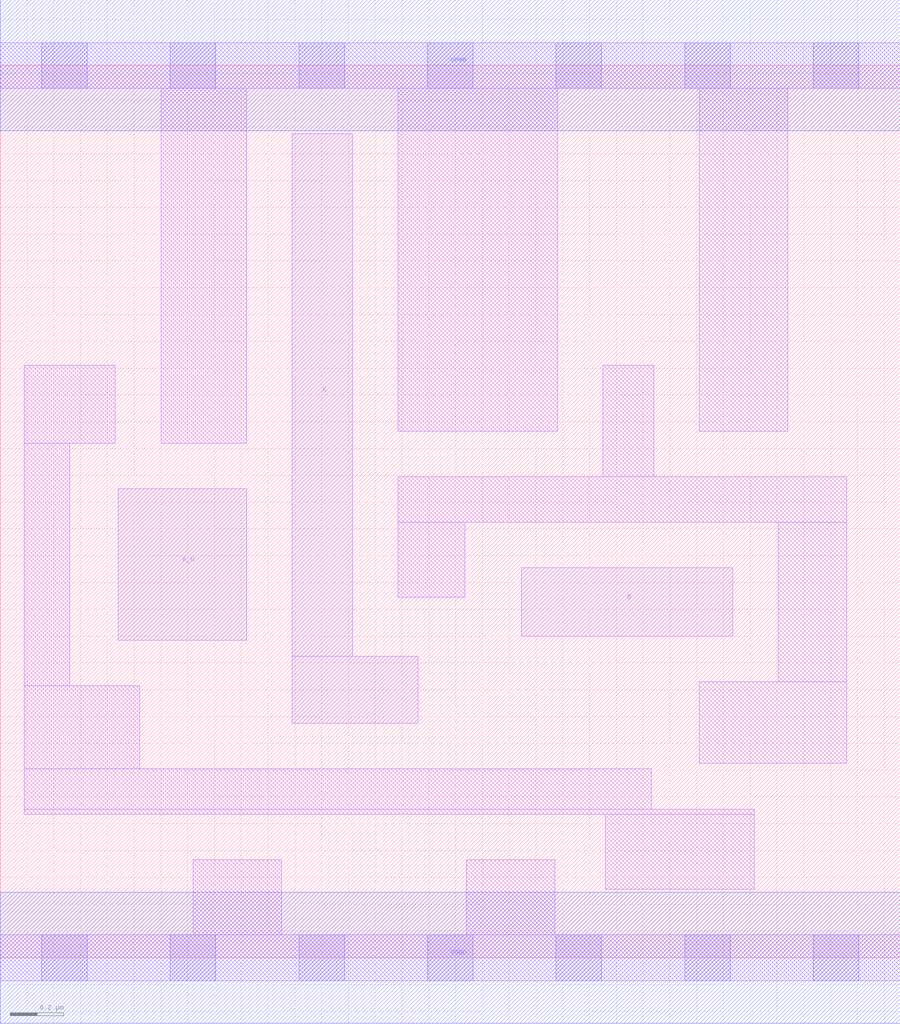
<source format=lef>
# Copyright 2020 The SkyWater PDK Authors
#
# Licensed under the Apache License, Version 2.0 (the "License");
# you may not use this file except in compliance with the License.
# You may obtain a copy of the License at
#
#     https://www.apache.org/licenses/LICENSE-2.0
#
# Unless required by applicable law or agreed to in writing, software
# distributed under the License is distributed on an "AS IS" BASIS,
# WITHOUT WARRANTIES OR CONDITIONS OF ANY KIND, either express or implied.
# See the License for the specific language governing permissions and
# limitations under the License.
#
# SPDX-License-Identifier: Apache-2.0

VERSION 5.7 ;
  NAMESCASESENSITIVE ON ;
  NOWIREEXTENSIONATPIN ON ;
  DIVIDERCHAR "/" ;
  BUSBITCHARS "[]" ;
UNITS
  DATABASE MICRONS 200 ;
END UNITS
MACRO sky130_fd_sc_lp__and2b_2
  CLASS CORE ;
  SOURCE USER ;
  FOREIGN sky130_fd_sc_lp__and2b_2 ;
  ORIGIN  0.000000  0.000000 ;
  SIZE  3.360000 BY  3.330000 ;
  SYMMETRY X Y R90 ;
  SITE unit ;
  PIN A_N
    ANTENNAGATEAREA  0.126000 ;
    DIRECTION INPUT ;
    USE SIGNAL ;
    PORT
      LAYER li1 ;
        RECT 0.440000 1.185000 0.920000 1.750000 ;
    END
  END A_N
  PIN B
    ANTENNAGATEAREA  0.126000 ;
    DIRECTION INPUT ;
    USE SIGNAL ;
    PORT
      LAYER li1 ;
        RECT 1.945000 1.200000 2.735000 1.455000 ;
    END
  END B
  PIN X
    ANTENNADIFFAREA  0.588000 ;
    DIRECTION OUTPUT ;
    USE SIGNAL ;
    PORT
      LAYER li1 ;
        RECT 1.090000 0.875000 1.560000 1.125000 ;
        RECT 1.090000 1.125000 1.315000 3.075000 ;
    END
  END X
  PIN VGND
    DIRECTION INOUT ;
    USE GROUND ;
    PORT
      LAYER met1 ;
        RECT 0.000000 -0.245000 3.360000 0.245000 ;
    END
  END VGND
  PIN VPWR
    DIRECTION INOUT ;
    USE POWER ;
    PORT
      LAYER met1 ;
        RECT 0.000000 3.085000 3.360000 3.575000 ;
    END
  END VPWR
  OBS
    LAYER li1 ;
      RECT 0.000000 -0.085000 3.360000 0.085000 ;
      RECT 0.000000  3.245000 3.360000 3.415000 ;
      RECT 0.090000  0.535000 2.815000 0.555000 ;
      RECT 0.090000  0.555000 2.430000 0.705000 ;
      RECT 0.090000  0.705000 0.520000 1.015000 ;
      RECT 0.090000  1.015000 0.260000 1.920000 ;
      RECT 0.090000  1.920000 0.430000 2.210000 ;
      RECT 0.600000  1.920000 0.920000 3.245000 ;
      RECT 0.720000  0.085000 1.050000 0.365000 ;
      RECT 1.485000  1.345000 1.735000 1.625000 ;
      RECT 1.485000  1.625000 3.160000 1.795000 ;
      RECT 1.485000  1.965000 2.080000 3.245000 ;
      RECT 1.740000  0.085000 2.070000 0.365000 ;
      RECT 2.250000  1.795000 2.440000 2.210000 ;
      RECT 2.260000  0.255000 2.815000 0.535000 ;
      RECT 2.610000  0.725000 3.160000 1.030000 ;
      RECT 2.610000  1.965000 2.940000 3.245000 ;
      RECT 2.905000  1.030000 3.160000 1.625000 ;
    LAYER mcon ;
      RECT 0.155000 -0.085000 0.325000 0.085000 ;
      RECT 0.155000  3.245000 0.325000 3.415000 ;
      RECT 0.635000 -0.085000 0.805000 0.085000 ;
      RECT 0.635000  3.245000 0.805000 3.415000 ;
      RECT 1.115000 -0.085000 1.285000 0.085000 ;
      RECT 1.115000  3.245000 1.285000 3.415000 ;
      RECT 1.595000 -0.085000 1.765000 0.085000 ;
      RECT 1.595000  3.245000 1.765000 3.415000 ;
      RECT 2.075000 -0.085000 2.245000 0.085000 ;
      RECT 2.075000  3.245000 2.245000 3.415000 ;
      RECT 2.555000 -0.085000 2.725000 0.085000 ;
      RECT 2.555000  3.245000 2.725000 3.415000 ;
      RECT 3.035000 -0.085000 3.205000 0.085000 ;
      RECT 3.035000  3.245000 3.205000 3.415000 ;
  END
END sky130_fd_sc_lp__and2b_2

</source>
